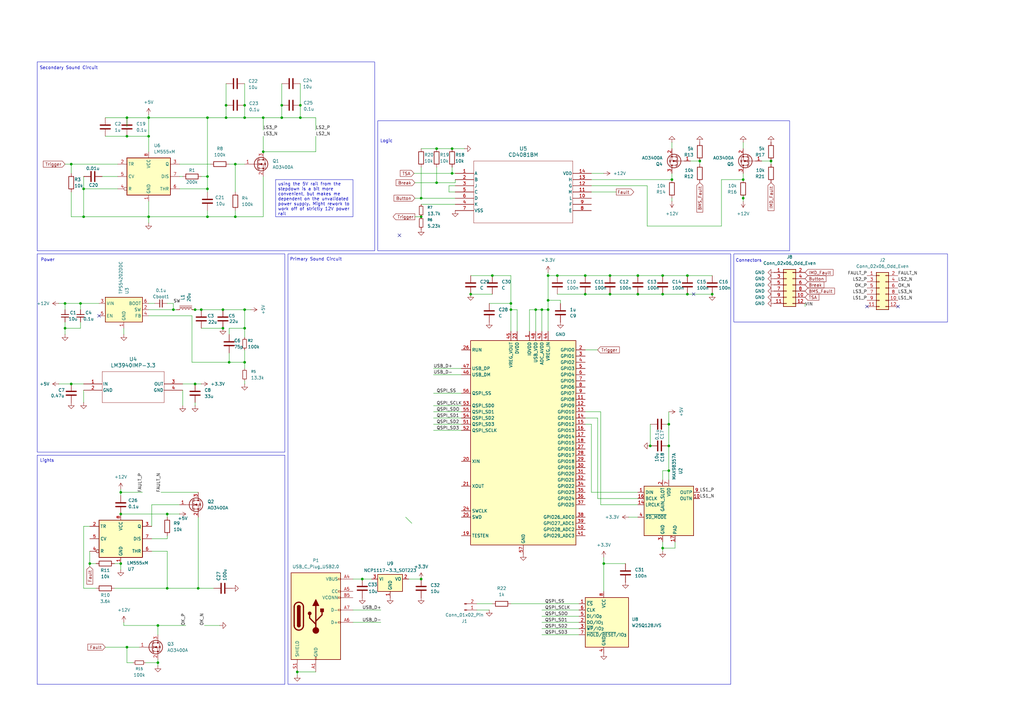
<source format=kicad_sch>
(kicad_sch (version 20250114) (generator "eeschema") (generator_version "9.0")
  (paper "A3")
  (rectangle (start 15.24 186.69) (end 116.84 280.67))
  (rectangle (start 118.11 104.14) (end 299.72 280.67))
  (rectangle (start 15.24 104.14) (end 116.84 185.42))
  (rectangle (start 15.24 25.4) (end 153.67 102.87))
  (rectangle (start 300.99 104.14) (end 388.62 132.08))
  (rectangle (start 154.94 49.53) (end 323.85 102.87))
  (text "Logic" (at 158.496 57.912 0) (effects (font (size 1.27 1.27))))
  (text "Lights" (at 19.304 188.976 0) (effects (font (size 1.27 1.27))))
  (text "Secondary Sound Circuit" (at 28.194 27.94 0) (effects (font (size 1.27 1.27))))
  (text "Connectors\n" (at 307.086 106.934 0) (effects (font (size 1.27 1.27))))
  (text "Power" (at 19.558 106.68 0) (effects (font (size 1.27 1.27))))
  (text "Primary Sound Circuit" (at 129.54 106.426 0) (effects (font (size 1.27 1.27))))
  (text_box "Signals Appendix\nTSA: From TSSI\nIMD_Fault: From IMD, active HIGH\nBMS_FAULT: From BMS, active HIGH\nBreak: From break pressure sensor\nButton: From button" (at -39.37 -25.4 0) (size 34.29 19.05) (margins 0.9525 0.9525 0.9525 0.9525) (effects (font (size 1.27 1.27)) (justify left top)))
  (text_box "using the 5V rail from the stepdown is a bit more convenient, but makes me dependent on the unvalidated power supply. Might rework to work off of strictly 12V power rail" (at 113.03 73.66 0) (size 31.75 15.24) (margins 0.9525 0.9525 0.9525 0.9525) (effects (font (size 1.27 1.27)) (justify left top)))
  (junction (at 29.21 157.48))
  (junction (at 64.77 271.78))
  (junction (at 93.98 148.59))
  (junction (at 91.44 127))
  (junction (at 123.19 43.18))
  (junction (at 266.7 182.88))
  (junction (at 209.55 127))
  (junction (at 304.8 81.28))
  (junction (at 49.53 210.82))
  (junction (at 100.33 48.26))
  (junction (at 29.21 67.31))
  (junction (at 148.59 237.49))
  (junction (at 250.19 113.03))
  (junction (at 261.62 113.03))
  (junction (at 261.62 120.65))
  (junction (at 271.78 224.79))
  (junction (at 52.07 55.88))
  (junction (at 60.96 55.88))
  (junction (at 100.33 134.62))
  (junction (at 71.12 127))
  (junction (at 281.94 113.03))
  (junction (at 80.01 127))
  (junction (at 185.42 60.96))
  (junction (at 185.42 71.12))
  (junction (at 271.78 120.65))
  (junction (at 68.58 241.3))
  (junction (at 240.03 113.03))
  (junction (at 179.07 74.93))
  (junction (at 287.02 66.04))
  (junction (at 274.32 173.99))
  (junction (at 85.09 88.9))
  (junction (at 172.72 81.28))
  (junction (at 179.07 60.96))
  (junction (at 275.59 73.66))
  (junction (at 100.33 148.59))
  (junction (at 96.52 67.31))
  (junction (at 172.72 88.9))
  (junction (at 292.1 120.65))
  (junction (at 64.77 256.54))
  (junction (at 52.07 48.26))
  (junction (at 224.79 127))
  (junction (at 34.29 88.9))
  (junction (at 107.95 62.23))
  (junction (at 115.57 43.18))
  (junction (at 115.57 48.26))
  (junction (at 172.72 237.49))
  (junction (at 100.33 127))
  (junction (at 81.28 241.3))
  (junction (at 82.55 127))
  (junction (at 85.09 72.39))
  (junction (at 100.33 43.18))
  (junction (at 60.96 48.26))
  (junction (at 80.01 157.48))
  (junction (at 271.78 113.03))
  (junction (at 121.92 275.59))
  (junction (at 85.09 77.47))
  (junction (at 304.8 73.66))
  (junction (at 92.71 43.18))
  (junction (at 281.94 120.65))
  (junction (at 201.93 113.03))
  (junction (at 240.03 120.65))
  (junction (at 52.07 265.43))
  (junction (at 274.32 182.88))
  (junction (at 224.79 113.03))
  (junction (at 92.71 48.26))
  (junction (at 34.29 77.47))
  (junction (at 96.52 88.9))
  (junction (at 123.19 48.26))
  (junction (at 85.09 48.26))
  (junction (at 209.55 124.46))
  (junction (at 60.96 88.9))
  (junction (at 26.67 124.46))
  (junction (at 247.65 231.14))
  (junction (at 250.19 120.65))
  (junction (at 316.23 66.04))
  (junction (at 219.71 127))
  (junction (at 222.25 127))
  (junction (at 91.44 134.62))
  (junction (at 49.53 201.93))
  (junction (at 107.95 48.26))
  (junction (at 274.32 193.04))
  (junction (at 228.6 113.03))
  (junction (at 33.02 124.46))
  (junction (at 224.79 123.19))
  (junction (at 36.83 231.14))
  (junction (at 193.04 120.65))
  (junction (at 26.67 134.62))
  (junction (at 49.53 231.14))
  (junction (at 68.58 210.82))
  (no_connect (at 284.48 120.65))
  (no_connect (at 163.83 96.52))
  (no_connect (at 40.64 129.54))
  (no_connect (at 355.6 125.73))
  (no_connect (at 368.3 125.73))
  (bus_entry (at 166.37 212.09) (size 2.54 2.54))
  (wire (pts (xy 271.78 120.65) (xy 281.94 120.65)))
  (wire (pts (xy 240.03 171.45) (xy 245.11 171.45)))
  (wire (pts (xy 100.33 143.51) (xy 100.33 148.59)))
  (wire (pts (xy 68.58 210.82) (xy 73.66 210.82)))
  (wire (pts (xy 64.77 273.05) (xy 64.77 271.78)))
  (wire (pts (xy 115.57 34.29) (xy 115.57 43.18)))
  (wire (pts (xy 330.2 125.73) (xy 330.2 124.46)))
  (wire (pts (xy 34.29 241.3) (xy 39.37 241.3)))
  (wire (pts (xy 265.43 92.71) (xy 295.91 92.71)))
  (wire (pts (xy 200.66 250.19) (xy 195.58 250.19)))
  (wire (pts (xy 195.58 247.65) (xy 201.93 247.65)))
  (wire (pts (xy 177.8 173.99) (xy 189.23 173.99)))
  (wire (pts (xy 242.57 73.66) (xy 275.59 73.66)))
  (wire (pts (xy 68.58 124.46) (xy 71.12 124.46)))
  (wire (pts (xy 92.71 43.18) (xy 92.71 48.26)))
  (wire (pts (xy 275.59 82.55) (xy 275.59 81.28)))
  (wire (pts (xy 257.81 212.09) (xy 261.62 212.09)))
  (wire (pts (xy 185.42 71.1236) (xy 185.42 71.12)))
  (wire (pts (xy 33.02 124.46) (xy 33.02 127)))
  (wire (pts (xy 74.93 166.37) (xy 74.93 160.02)))
  (wire (pts (xy 49.53 200.66) (xy 49.53 201.93)))
  (wire (pts (xy 144.78 250.19) (xy 156.21 250.19)))
  (wire (pts (xy 144.78 237.49) (xy 148.59 237.49)))
  (wire (pts (xy 266.7 173.99) (xy 266.7 182.88)))
  (wire (pts (xy 177.8 151.13) (xy 189.23 151.13)))
  (wire (pts (xy 34.29 72.39) (xy 34.29 77.47)))
  (wire (pts (xy 170.18 88.9) (xy 172.72 88.9)))
  (wire (pts (xy 26.67 67.31) (xy 29.21 67.31)))
  (wire (pts (xy 274.32 182.88) (xy 274.32 193.04)))
  (wire (pts (xy 245.11 143.51) (xy 240.03 143.51)))
  (wire (pts (xy 123.19 34.29) (xy 123.19 43.18)))
  (wire (pts (xy 212.09 135.89) (xy 212.09 127)))
  (wire (pts (xy 201.93 113.03) (xy 209.55 113.03)))
  (wire (pts (xy 96.52 88.9) (xy 96.52 86.36)))
  (wire (pts (xy 81.28 212.09) (xy 81.28 241.3)))
  (wire (pts (xy 60.96 48.26) (xy 85.09 48.26)))
  (wire (pts (xy 107.95 72.39) (xy 107.95 88.9)))
  (wire (pts (xy 271.78 226.06) (xy 271.78 224.79)))
  (wire (pts (xy 179.07 74.93) (xy 186.69 74.93)))
  (wire (pts (xy 228.6 120.65) (xy 240.03 120.65)))
  (wire (pts (xy 281.94 113.03) (xy 292.1 113.03)))
  (wire (pts (xy 283.21 66.04) (xy 287.02 66.04)))
  (wire (pts (xy 295.91 73.66) (xy 304.8 73.66)))
  (wire (pts (xy 247.65 231.14) (xy 247.65 242.57)))
  (wire (pts (xy 177.8 153.67) (xy 189.23 153.67)))
  (wire (pts (xy 93.98 148.59) (xy 100.33 148.59)))
  (wire (pts (xy 60.96 46.99) (xy 60.96 48.26)))
  (wire (pts (xy 60.96 82.55) (xy 60.96 88.9)))
  (wire (pts (xy 179.07 60.96) (xy 185.42 60.96)))
  (wire (pts (xy 228.6 113.03) (xy 240.03 113.03)))
  (wire (pts (xy 240.03 120.65) (xy 250.19 120.65)))
  (wire (pts (xy 62.23 207.01) (xy 73.66 207.01)))
  (wire (pts (xy 304.8 73.66) (xy 304.8 71.12)))
  (wire (pts (xy 74.93 72.39) (xy 73.66 72.39)))
  (wire (pts (xy 85.09 88.9) (xy 96.52 88.9)))
  (wire (pts (xy 245.11 204.47) (xy 261.62 204.47)))
  (wire (pts (xy 43.18 265.43) (xy 52.07 265.43)))
  (wire (pts (xy 186.69 74.93) (xy 186.69 73.66)))
  (wire (pts (xy 82.55 127) (xy 91.44 127)))
  (wire (pts (xy 34.29 165.1) (xy 34.29 160.02)))
  (wire (pts (xy 26.67 124.46) (xy 26.67 127)))
  (wire (pts (xy 222.25 255.27) (xy 237.49 255.27)))
  (wire (pts (xy 107.95 55.88) (xy 107.95 62.23)))
  (wire (pts (xy 52.07 55.88) (xy 60.96 55.88)))
  (wire (pts (xy 144.78 255.27) (xy 156.21 255.27)))
  (wire (pts (xy 62.23 215.9) (xy 62.23 207.01)))
  (wire (pts (xy 170.18 81.28) (xy 172.72 81.28)))
  (wire (pts (xy 90.17 256.54) (xy 83.82 256.54)))
  (wire (pts (xy 100.33 157.48) (xy 100.33 156.21)))
  (wire (pts (xy 222.25 257.81) (xy 237.49 257.81)))
  (wire (pts (xy 60.96 48.26) (xy 60.96 55.88)))
  (wire (pts (xy 185.42 68.58) (xy 185.42 71.12)))
  (wire (pts (xy 72.39 127) (xy 71.12 127)))
  (wire (pts (xy 78.74 127) (xy 80.01 127)))
  (wire (pts (xy 64.77 256.54) (xy 50.8 256.54)))
  (wire (pts (xy 85.09 72.39) (xy 85.09 77.47)))
  (wire (pts (xy 179.07 68.58) (xy 179.07 74.93)))
  (wire (pts (xy 92.71 34.29) (xy 92.71 43.18)))
  (wire (pts (xy 287.02 66.04) (xy 287.02 67.31)))
  (wire (pts (xy 33.02 132.08) (xy 33.02 134.62)))
  (wire (pts (xy 170.18 74.93) (xy 179.07 74.93)))
  (wire (pts (xy 49.53 201.93) (xy 58.42 201.93)))
  (wire (pts (xy 304.8 82.55) (xy 304.8 81.28)))
  (wire (pts (xy 26.67 134.62) (xy 33.02 134.62)))
  (wire (pts (xy 29.21 157.48) (xy 34.29 157.48)))
  (wire (pts (xy 49.53 201.93) (xy 49.53 203.2)))
  (wire (pts (xy 185.42 71.12) (xy 186.69 71.12)))
  (wire (pts (xy 246.38 207.01) (xy 261.62 207.01)))
  (wire (pts (xy 276.86 224.79) (xy 271.78 224.79)))
  (wire (pts (xy 242.57 201.93) (xy 261.62 201.93)))
  (wire (pts (xy 100.33 43.18) (xy 100.33 48.26)))
  (wire (pts (xy 217.17 135.89) (xy 217.17 127)))
  (wire (pts (xy 60.96 88.9) (xy 85.09 88.9)))
  (wire (pts (xy 68.58 219.71) (xy 68.58 220.98)))
  (wire (pts (xy 87.63 241.3) (xy 81.28 241.3)))
  (wire (pts (xy 177.8 176.53) (xy 189.23 176.53)))
  (wire (pts (xy 36.83 231.14) (xy 39.37 231.14)))
  (wire (pts (xy 224.79 113.03) (xy 228.6 113.03)))
  (wire (pts (xy 224.79 111.76) (xy 224.79 113.03)))
  (wire (pts (xy 34.29 88.9) (xy 60.96 88.9)))
  (wire (pts (xy 172.72 81.28) (xy 186.69 81.28)))
  (wire (pts (xy 64.77 256.54) (xy 76.2 256.54)))
  (wire (pts (xy 43.18 48.26) (xy 52.07 48.26)))
  (wire (pts (xy 68.58 212.09) (xy 68.58 210.82)))
  (wire (pts (xy 247.65 228.6) (xy 247.65 231.14)))
  (wire (pts (xy 34.29 77.47) (xy 48.26 77.47)))
  (wire (pts (xy 271.78 193.04) (xy 271.78 196.85)))
  (wire (pts (xy 275.59 58.42) (xy 275.59 60.96)))
  (wire (pts (xy 96.52 88.9) (xy 107.95 88.9)))
  (wire (pts (xy 85.09 48.26) (xy 92.71 48.26)))
  (wire (pts (xy 100.33 34.29) (xy 100.33 43.18)))
  (wire (pts (xy 240.03 168.91) (xy 246.38 168.91)))
  (wire (pts (xy 96.52 78.74) (xy 96.52 67.31)))
  (wire (pts (xy 172.72 83.82) (xy 186.69 83.82)))
  (wire (pts (xy 222.25 260.35) (xy 237.49 260.35)))
  (wire (pts (xy 78.74 129.54) (xy 78.74 148.59)))
  (wire (pts (xy 274.32 193.04) (xy 274.32 196.85)))
  (wire (pts (xy 177.8 166.37) (xy 189.23 166.37)))
  (wire (pts (xy 172.72 68.58) (xy 172.72 81.28)))
  (wire (pts (xy 222.25 252.73) (xy 237.49 252.73)))
  (wire (pts (xy 312.42 66.04) (xy 316.23 66.04)))
  (wire (pts (xy 172.72 237.49) (xy 167.64 237.49)))
  (wire (pts (xy 247.65 71.12) (xy 242.57 71.12)))
  (wire (pts (xy 52.07 271.78) (xy 54.61 271.78)))
  (wire (pts (xy 33.02 124.46) (xy 40.64 124.46)))
  (wire (pts (xy 209.55 127) (xy 209.55 135.89)))
  (wire (pts (xy 224.79 123.19) (xy 224.79 127)))
  (wire (pts (xy 64.77 256.54) (xy 64.77 260.35)))
  (wire (pts (xy 29.21 67.31) (xy 48.26 67.31)))
  (wire (pts (xy 250.19 120.65) (xy 261.62 120.65)))
  (wire (pts (xy 60.96 127) (xy 71.12 127)))
  (wire (pts (xy 224.79 127) (xy 224.79 135.89)))
  (wire (pts (xy 242.57 173.99) (xy 242.57 201.93)))
  (wire (pts (xy 224.79 123.19) (xy 229.87 123.19)))
  (wire (pts (xy 68.58 226.06) (xy 68.58 241.3)))
  (wire (pts (xy 60.96 88.9) (xy 60.96 91.44)))
  (wire (pts (xy 24.13 157.48) (xy 29.21 157.48)))
  (wire (pts (xy 121.92 275.59) (xy 129.54 275.59)))
  (wire (pts (xy 224.79 113.03) (xy 224.79 123.19)))
  (wire (pts (xy 29.21 88.9) (xy 34.29 88.9)))
  (wire (pts (xy 71.12 124.46) (xy 71.12 127)))
  (wire (pts (xy 129.54 48.26) (xy 129.54 53.34)))
  (wire (pts (xy 219.71 127) (xy 222.25 127)))
  (wire (pts (xy 36.83 226.06) (xy 36.83 231.14)))
  (wire (pts (xy 222.25 127) (xy 224.79 127)))
  (wire (pts (xy 295.91 92.71) (xy 295.91 73.66)))
  (wire (pts (xy 240.03 113.03) (xy 250.19 113.03)))
  (wire (pts (xy 66.04 201.93) (xy 81.28 201.93)))
  (wire (pts (xy 246.38 207.01) (xy 246.38 168.91)))
  (wire (pts (xy 50.8 255.27) (xy 50.8 256.54)))
  (wire (pts (xy 186.69 76.2) (xy 184.15 76.2)))
  (wire (pts (xy 271.78 224.79) (xy 271.78 222.25)))
  (wire (pts (xy 100.33 138.43) (xy 100.33 134.62)))
  (wire (pts (xy 34.29 215.9) (xy 34.29 241.3)))
  (wire (pts (xy 129.54 62.23) (xy 129.54 55.88)))
  (wire (pts (xy 59.69 271.78) (xy 64.77 271.78)))
  (wire (pts (xy 265.43 76.2) (xy 265.43 92.71)))
  (wire (pts (xy 52.07 265.43) (xy 57.15 265.43)))
  (wire (pts (xy 26.67 124.46) (xy 24.13 124.46)))
  (wire (pts (xy 115.57 48.26) (xy 123.19 48.26)))
  (wire (pts (xy 222.25 250.19) (xy 237.49 250.19)))
  (wire (pts (xy 43.18 55.88) (xy 52.07 55.88)))
  (wire (pts (xy 52.07 48.26) (xy 52.07 52.07)))
  (wire (pts (xy 82.55 72.39) (xy 85.09 72.39)))
  (wire (pts (xy 222.25 127) (xy 222.25 135.89)))
  (wire (pts (xy 261.62 113.03) (xy 271.78 113.03)))
  (wire (pts (xy 316.23 66.04) (xy 316.23 67.31)))
  (wire (pts (xy 29.21 88.9) (xy 29.21 78.74)))
  (wire (pts (xy 60.96 129.54) (xy 78.74 129.54)))
  (wire (pts (xy 82.55 134.62) (xy 91.44 134.62)))
  (wire (pts (xy 26.67 132.08) (xy 26.67 134.62)))
  (wire (pts (xy 100.33 127) (xy 100.33 134.62)))
  (wire (pts (xy 193.04 120.65) (xy 201.93 120.65)))
  (wire (pts (xy 304.8 80.01) (xy 304.8 81.28)))
  (wire (pts (xy 100.33 127) (xy 102.87 127)))
  (wire (pts (xy 274.32 193.04) (xy 271.78 193.04)))
  (wire (pts (xy 281.94 120.65) (xy 292.1 120.65)))
  (wire (pts (xy 100.33 48.26) (xy 107.95 48.26)))
  (wire (pts (xy 242.57 76.2) (xy 265.43 76.2)))
  (wire (pts (xy 93.98 67.31) (xy 96.52 67.31)))
  (wire (pts (xy 81.28 241.3) (xy 68.58 241.3)))
  (wire (pts (xy 52.07 265.43) (xy 52.07 271.78)))
  (wire (pts (xy 177.8 168.91) (xy 189.23 168.91)))
  (wire (pts (xy 64.77 271.78) (xy 64.77 270.51)))
  (wire (pts (xy 209.55 113.03) (xy 209.55 124.46)))
  (wire (pts (xy 274.32 168.91) (xy 274.32 173.99)))
  (wire (pts (xy 73.66 67.31) (xy 86.36 67.31)))
  (wire (pts (xy 80.01 166.37) (xy 80.01 165.1)))
  (wire (pts (xy 193.04 113.03) (xy 201.93 113.03)))
  (wire (pts (xy 212.09 127) (xy 209.55 127)))
  (wire (pts (xy 93.98 137.16) (xy 93.98 134.62)))
  (wire (pts (xy 60.96 55.88) (xy 60.96 62.23)))
  (wire (pts (xy 85.09 86.36) (xy 85.09 88.9)))
  (wire (pts (xy 41.91 72.39) (xy 48.26 72.39)))
  (wire (pts (xy 276.86 222.25) (xy 276.86 224.79)))
  (wire (pts (xy 78.74 148.59) (xy 93.98 148.59)))
  (wire (pts (xy 100.33 151.13) (xy 100.33 148.59)))
  (wire (pts (xy 96.52 67.31) (xy 100.33 67.31)))
  (wire (pts (xy 209.55 247.65) (xy 237.49 247.65)))
  (wire (pts (xy 123.19 48.26) (xy 129.54 48.26)))
  (wire (pts (xy 250.19 113.03) (xy 261.62 113.03)))
  (wire (pts (xy 93.98 148.59) (xy 93.98 144.78)))
  (wire (pts (xy 93.98 134.62) (xy 100.33 134.62)))
  (wire (pts (xy 172.72 60.96) (xy 179.07 60.96)))
  (wire (pts (xy 34.29 88.9) (xy 34.29 77.47)))
  (wire (pts (xy 219.71 135.89) (xy 219.71 127)))
  (wire (pts (xy 60.96 48.26) (xy 52.07 48.26)))
  (wire (pts (xy 121.92 276.86) (xy 121.92 275.59)))
  (wire (pts (xy 169.8152 71.1236) (xy 185.42 71.1236)))
  (wire (pts (xy 46.99 241.3) (xy 68.58 241.3)))
  (wire (pts (xy 73.66 77.47) (xy 85.09 77.47)))
  (wire (pts (xy 240.03 173.99) (xy 242.57 173.99)))
  (wire (pts (xy 261.62 120.65) (xy 271.78 120.65)))
  (wire (pts (xy 29.21 71.12) (xy 29.21 67.31)))
  (wire (pts (xy 49.53 210.82) (xy 68.58 210.82)))
  (wire (pts (xy 62.23 220.98) (xy 68.58 220.98)))
  (wire (pts (xy 46.99 231.14) (xy 49.53 231.14)))
  (wire (pts (xy 85.09 78.74) (xy 85.09 77.47)))
  (wire (pts (xy 209.55 127) (xy 209.55 124.46)))
  (wire (pts (xy 245.11 171.45) (xy 245.11 204.47)))
  (wire (pts (xy 74.93 157.48) (xy 80.01 157.48)))
  (wire (pts (xy 92.71 48.26) (xy 100.33 48.26)))
  (wire (pts (xy 209.55 124.46) (xy 200.66 124.46)))
  (wire (pts (xy 36.83 215.9) (xy 34.29 215.9)))
  (wire (pts (xy 274.32 173.99) (xy 274.32 182.88)))
  (wire (pts (xy 107.95 48.26) (xy 115.57 48.26)))
  (wire (pts (xy 177.8 171.45) (xy 189.23 171.45)))
  (wire (pts (xy 107.95 62.23) (xy 129.54 62.23)))
  (wire (pts (xy 271.78 113.03) (xy 281.94 113.03)))
  (wire (pts (xy 229.87 123.19) (xy 229.87 124.46)))
  (wire (pts (xy 185.42 60.96) (xy 190.5 60.96)))
  (wire (pts (xy 217.17 127) (xy 219.71 127)))
  (wire (pts (xy 107.95 48.26) (xy 107.95 53.34)))
  (wire (pts (xy 177.8 161.29) (xy 189.23 161.29)))
  (wire (pts (xy 49.53 233.68) (xy 49.53 231.14)))
  (wire (pts (xy 148.59 237.49) (xy 152.4 237.49)))
  (wire (pts (xy 115.57 43.18) (xy 115.57 48.26)))
  (wire (pts (xy 68.58 226.06) (xy 62.23 226.06)))
  (wire (pts (xy 82.55 157.48) (xy 80.01 157.48)))
  (wire (pts (xy 242.57 78.74) (xy 252.73 78.74)))
  (wire (pts (xy 247.65 231.14) (xy 256.54 231.14)))
  (wire (pts (xy 26.67 134.62) (xy 26.67 137.16)))
  (wire (pts (xy 304.8 58.42) (xy 304.8 60.96)))
  (wire (pts (xy 26.67 124.46) (xy 33.02 124.46)))
  (wire (pts (xy 80.01 127) (xy 82.55 127)))
  (wire (pts (xy 275.59 73.66) (xy 275.59 71.12)))
  (wire (pts (xy 85.09 48.26) (xy 85.09 72.39)))
  (wire (pts (xy 123.19 43.18) (xy 123.19 48.26)))
  (wire (pts (xy 184.15 76.2) (xy 184.15 78.74)))
  (wire (pts (xy 184.15 78.74) (xy 186.69 78.74)))
  (wire (pts (xy 36.83 231.14) (xy 36.83 232.41)))
  (wire (pts (xy 60.96 124.46) (xy 63.5 124.46)))
  (wire (pts (xy 50.8 137.16) (xy 50.8 134.62)))
  (wire (pts (xy 91.44 127) (xy 100.33 127)))
  (label "QSPI_SD3" (at 179.07 176.53 0))
  (label "USB_D+" (at 177.8 151.13 0))
  (label "OK_N" (at 83.82 256.54 90))
  (label "QSPI_SD1" (at 179.07 171.45 0))
  (label "LS3_N" (at 368.3 120.65 0))
  (label "FAULT_P" (at 58.42 201.93 90))
  (label "USB_D+" (at 148.59 250.19 0))
  (label "USB_D-" (at 148.59 255.27 0))
  (label "QSPI_SD1" (at 223.52 255.27 0))
  (label "LS3_N" (at 107.95 55.88 0))
  (label "LS2_P" (at 355.6 115.57 180))
  (label "USB_D-" (at 177.8 153.67 0))
  (label "QSPI_SD2" (at 223.52 257.81 0))
  (label "OK_N" (at 368.3 118.11 0))
  (label "OK_P" (at 355.6 118.11 180))
  (label "LS3_P" (at 355.6 120.65 180))
  (label "QSPI_SCLK" (at 223.52 250.19 0))
  (label "FAULT_N" (at 66.04 201.93 90))
  (label "LS1_P" (at 287.02 201.93 0))
  (label "QSPI_SS" (at 179.07 161.29 0))
  (label "LS1_P" (at 355.6 123.19 180))
  (label "LS2_N" (at 129.54 55.88 0))
  (label "VIN" (at 330.2 125.73 0))
  (label "QSPI_SD2" (at 179.07 173.99 0))
  (label "FAULT_N" (at 368.3 113.03 0))
  (label "FAULT_P" (at 355.6 113.03 180))
  (label "LS1_N" (at 368.3 123.19 0))
  (label "QSPI_SD3" (at 223.52 260.35 0))
  (label "LS2_P" (at 129.54 53.34 0))
  (label "OK_P" (at 76.2 256.54 90))
  (label "QSPI_SS" (at 223.52 247.65 0))
  (label "QSPI_SCLK" (at 179.07 166.37 0))
  (label "LS1_N" (at 287.02 204.47 0))
  (label "SW" (at 71.12 124.46 0))
  (label "QSPI_SDO" (at 179.07 168.91 0))
  (label "QSPI_SDO" (at 223.52 252.73 0))
  (label "LS3_P" (at 107.95 53.34 0))
  (label "LS2_N" (at 368.3 115.57 0))
  (global_label "BMS_Fault" (shape input) (at 330.2 119.38 0) (property "Intersheetrefs" "${INTERSHEET_REFS}" (effects (hide yes))))
  (global_label "IMD_Fault" (shape input) (at 330.2 111.76 0) (property "Intersheetrefs" "${INTERSHEET_REFS}" (effects (hide yes))))
  (global_label "Trigger" (shape output) (at 170.18 88.9 180) (property "Intersheetrefs" "${INTERSHEET_REFS}" (effects (hide yes))))
  (global_label "IMD_Fault" (shape input) (at 316.23 74.93 270) (property "Intersheetrefs" "${INTERSHEET_REFS}" (effects (hide yes))))
  (global_label "Button" (shape input) (at 170.18 81.28 180) (property "Intersheetrefs" "${INTERSHEET_REFS}" (effects (hide yes))))
  (global_label "Trigger" (shape input) (at 245.11 143.51 0) (property "Intersheetrefs" "${INTERSHEET_REFS}" (effects (hide yes))))
  (global_label "Fault" (shape input) (at 36.83 232.41 270) (property "Intersheetrefs" "${INTERSHEET_REFS}" (effects (hide yes))))
  (global_label "BMS_Fault" (shape input) (at 287.02 74.93 270) (property "Intersheetrefs" "${INTERSHEET_REFS}" (effects (hide yes))))
  (global_label "Break" (shape input) (at 170.18 74.93 180) (property "Intersheetrefs" "${INTERSHEET_REFS}" (effects (hide yes))))
  (global_label "Break" (shape input) (at 330.2 116.84 0) (property "Intersheetrefs" "${INTERSHEET_REFS}" (effects (hide yes))))
  (global_label "Fault" (shape output) (at 252.73 78.74 0) (property "Intersheetrefs" "${INTERSHEET_REFS}" (effects (hide yes))))
  (global_label "Button" (shape input) (at 330.2 114.3 0) (property "Intersheetrefs" "${INTERSHEET_REFS}" (effects (hide yes))))
  (global_label "Trigger" (shape input) (at 26.67 67.31 180) (property "Intersheetrefs" "${INTERSHEET_REFS}" (effects (hide yes))))
  (global_label "TSA" (shape input) (at 330.2 121.92 0) (property "Intersheetrefs" "${INTERSHEET_REFS}" (effects (hide yes))))
  (global_label "TSA" (shape input) (at 169.8152 71.1236 180) (property "Intersheetrefs" "${INTERSHEET_REFS}" (effects (hide yes))))
  (global_label "Fault" (shape input) (at 43.18 265.43 180) (property "Intersheetrefs" "${INTERSHEET_REFS}" (effects (hide yes))))
  (symbol (lib_id "power:GND") (at 60.96 91.44 0) (unit 1)
    (property "Reference" "#PWR024" (effects (hide yes)))
    (property "Value" "GND" (effects (hide yes)))
    (property "Description" "Power symbol creates a global label with name \"GND\" , ground" (effects (hide yes)))
  )
  (symbol (lib_id "Regulator_Switching:TPS54202DDC") (at 50.8 127 0) (unit 1)
    (property "Reference" "U3" (at 52.0701 120.65 90) (effects (justify left)))
    (property "Value" "TPS54202DDC" (at 49.5301 120.65 90) (effects (justify left)))
    (property "Footprint" "Package_TO_SOT_SMD:SOT-23-6" (effects (hide yes)))
    (property "Datasheet" "http://www.ti.com/lit/ds/symlink/tps54202.pdf" (effects (hide yes)))
    (property "Description" "2A, 4.5 to 28V Input, EMI Friendly integrated switch synchronous step-down regulator, pulse-skipping, SOT-23-6" (effects (hide yes)))
  )
  (symbol (lib_id "Device:R_Small") (at 172.72 91.44 0) (unit 1)
    (property "Reference" "R6" (at 175.26 90.1699 0) (effects (font (size 1.016 1.016)) (justify left)))
    (property "Value" "5.23k" (at 175.26 92.7099 0) (effects (justify left)))
    (property "Footprint" "Resistor_SMD:R_0603_1608Metric" (effects (hide yes)))
    (property "Description" "Resistor, small symbol" (effects (hide yes)))
  )
  (symbol (lib_id "Device:C") (at 200.66 128.27 0) (unit 1)
    (property "Reference" "C28" (at 204.47 126.9999 0) (effects (justify left)))
    (property "Value" "C" (at 204.47 129.5399 0) (effects (justify left)))
    (property "Footprint" "Capacitor_SMD:C_0201_0603Metric" (effects (hide yes)))
    (property "Description" "Unpolarized capacitor" (effects (hide yes)))
  )
  (symbol (lib_id "power:GND") (at 316.23 58.42 180) (unit 1)
    (property "Reference" "#PWR047" (effects (hide yes)))
    (property "Value" "GND" (effects (hide yes)))
    (property "Description" "Power symbol creates a global label with name \"GND\" , ground" (effects (hide yes)))
  )
  (symbol (lib_id "Device:R_Small") (at 100.33 140.97 0) (unit 1)
    (property "Reference" "R2" (at 101.6 139.7 0) (effects (font (size 1.016 1.016)) (justify left)))
    (property "Value" "100k" (at 101.6 142.24 0) (effects (justify left)))
    (property "Footprint" "Resistor_SMD:R_0603_1608Metric" (effects (hide yes)))
    (property "Description" "Resistor, small symbol" (effects (hide yes)))
  )
  (symbol (lib_id "Device:R") (at 304.8 77.47 180) (unit 1)
    (property "Reference" "R16" (at 302.26 78.7401 0) (effects (justify left)))
    (property "Value" "10k" (at 302.26 76.2001 0) (effects (justify left)))
    (property "Footprint" "Resistor_SMD:R_0603_1608Metric" (effects (hide yes)))
    (property "Description" "Resistor" (effects (hide yes)))
  )
  (symbol (lib_id "Device:R") (at 316.23 62.23 180) (unit 1)
    (property "Reference" "R17" (at 313.69 63.5001 0) (effects (justify left)))
    (property "Value" "5k" (at 313.69 60.9601 0) (effects (justify left)))
    (property "Footprint" "Resistor_SMD:R_0603_1608Metric" (effects (hide yes)))
    (property "Description" "Resistor" (effects (hide yes)))
  )
  (symbol (lib_id "Device:C") (at 193.04 116.84 0) (unit 1)
    (property "Reference" "C29" (at 196.85 115.5699 0) (effects (justify left)))
    (property "Value" "C" (at 196.85 118.1099 0) (effects (justify left)))
    (property "Footprint" "Capacitor_SMD:C_0201_0603Metric" (effects (hide yes)))
    (property "Description" "Unpolarized capacitor" (effects (hide yes)))
  )
  (symbol (lib_id "Device:C_Small") (at 33.02 129.54 0) (unit 1)
    (property "Reference" "C4" (at 36.322 128.27 0))
    (property "Value" "0.1u" (at 36.322 130.81 0))
    (property "Footprint" "Capacitor_SMD:C_0201_0603Metric" (effects (hide yes)))
    (property "Description" "Unpolarized capacitor, small symbol" (effects (hide yes)))
  )
  (symbol (lib_id "Device:C") (at 52.07 52.07 0) (unit 1)
    (property "Reference" "C19" (at 55.88 50.7999 0) (effects (justify left)))
    (property "Value" "0.1u" (at 55.88 53.3399 0) (effects (justify left)))
    (property "Footprint" "Capacitor_SMD:C_0201_0603Metric" (effects (hide yes)))
    (property "Description" "Unpolarized capacitor" (effects (hide yes)))
  )
  (symbol (lib_id "power:GND") (at 148.59 245.11 0) (unit 1)
    (property "Reference" "#PWR054" (effects (hide yes)))
    (property "Value" "GND" (effects (hide yes)))
    (property "Description" "Power symbol creates a global label with name \"GND\" , ground" (effects (hide yes)))
  )
  (symbol (lib_id "power:+3.3V") (at 82.55 157.48 270) (unit 1)
    (property "Reference" "#PWR08" (effects (hide yes)))
    (property "Value" "+3.3V" (at 86.36 157.4799 90) (effects (justify left)))
    (property "Description" "Power symbol creates a global label with name \"+3.3V\"" (effects (hide yes)))
  )
  (symbol (lib_id "power:GND") (at 317.5 124.46 270) (unit 1)
    (property "Reference" "#PWR040" (effects (hide yes)))
    (property "Value" "GND" (at 313.69 124.4599 90) (effects (justify right)))
    (property "Description" "Power symbol creates a global label with name \"GND\" , ground" (effects (hide yes)))
  )
  (symbol (lib_id "Device:R") (at 78.74 72.39 270) (unit 1)
    (property "Reference" "R1" (at 78.74 69.85 90))
    (property "Value" "200k" (at 78.74 74.676 90))
    (property "Footprint" "Resistor_SMD:R_0603_1608Metric" (effects (hide yes)))
    (property "Description" "Resistor" (effects (hide yes)))
  )
  (symbol (lib_id "power:GND") (at 317.5 116.84 270) (unit 1)
    (property "Reference" "#PWR036" (effects (hide yes)))
    (property "Value" "GND" (at 313.69 116.8399 90) (effects (justify right)))
    (property "Description" "Power symbol creates a global label with name \"GND\" , ground" (effects (hide yes)))
  )
  (symbol (lib_id "Connector_Generic:Conn_02x06_Odd_Even") (at 322.58 116.84 0) (unit 1)
    (property "Reference" "J8" (at 323.85 105.41 0))
    (property "Value" "Conn_02x06_Odd_Even" (at 323.85 107.95 0))
    (property "Footprint" "Connector_Hirose:Hirose_DF11-12DP-2DSA_2x06_P2.00mm_Vertical" (effects (hide yes)))
    (property "Description" "Generic connector, double row, 02x06, odd/even pin numbering scheme (row 1 odd numbers, row 2 even numbers), script generated (kicad-library-utils/schlib/autogen/connector/)" (effects (hide yes)))
  )
  (symbol (lib_id "Device:C") (at 148.59 241.3 0) (unit 1)
    (property "Reference" "C33" (at 150.876 239.776 0) (effects (justify left)))
    (property "Value" "10u" (at 151.13 242.57 0) (effects (justify left)))
    (property "Footprint" "Capacitor_SMD:C_0201_0603Metric" (effects (hide yes)))
    (property "Description" "Unpolarized capacitor" (effects (hide yes)))
  )
  (symbol (lib_id "power:GND") (at 100.33 157.48 0) (unit 1)
    (property "Reference" "#PWR07" (effects (hide yes)))
    (property "Value" "GND" (effects (hide yes)))
    (property "Description" "Power symbol creates a global label with name \"GND\" , ground" (effects (hide yes)))
  )
  (symbol (lib_id "Device:C") (at 91.44 241.3 270) (unit 1)
    (property "Reference" "C27" (at 89.662 238.252 0) (effects (justify right)))
    (property "Value" "100u" (at 92.202 238.252 0) (effects (justify right)))
    (property "Footprint" "Capacitor_SMD:C_0201_0603Metric" (effects (hide yes)))
    (property "Description" "Unpolarized capacitor" (effects (hide yes)))
  )
  (symbol (lib_id "Device:C") (at 29.21 161.29 0) (unit 1)
    (property "Reference" "C7" (at 23.876 160.02 0) (effects (justify left)))
    (property "Value" "0.47u" (at 20.828 162.306 0) (effects (justify left)))
    (property "Footprint" "Capacitor_SMD:C_0603_1608Metric" (effects (hide yes)))
    (property "Description" "Unpolarized capacitor" (effects (hide yes)))
  )
  (symbol (lib_id "Device:C") (at 91.44 130.81 0) (unit 1)
    (property "Reference" "C5" (at 93.726 129.54 0) (effects (justify left)))
    (property "Value" "22u" (at 93.98 131.826 0) (effects (justify left)))
    (property "Footprint" "Capacitor_SMD:C_0201_0603Metric" (effects (hide yes)))
    (property "Description" "Unpolarized capacitor" (effects (hide yes)))
  )
  (symbol (lib_id "Device:R") (at 90.17 67.31 90) (unit 1)
    (property "Reference" "R8" (at 90.17 60.96 90))
    (property "Value" "100k" (at 90.17 63.5 90))
    (property "Footprint" "Resistor_SMD:R_0603_1608Metric" (effects (hide yes)))
    (property "Description" "Resistor" (effects (hide yes)))
  )
  (symbol (lib_id "Device:C") (at 228.6 116.84 0) (unit 1)
    (property "Reference" "C10" (at 232.41 115.5699 0) (effects (justify left)))
    (property "Value" "100n" (at 232.41 118.1099 0) (effects (justify left)))
    (property "Footprint" "Capacitor_SMD:C_0201_0603Metric" (effects (hide yes)))
    (property "Description" "Unpolarized capacitor" (effects (hide yes)))
  )
  (symbol (lib_id "Transistor_FET:AO3400A") (at 78.74 207.01 0) (unit 1)
    (property "Reference" "Q2" (at 85.09 205.7399 0) (effects (justify left)))
    (property "Value" "AO3400A" (at 85.09 208.2799 0) (effects (justify left)))
    (property "Footprint" "Package_TO_SOT_SMD:SOT-23" (effects (hide yes)))
    (property "Datasheet" "http://www.aosmd.com/pdfs/datasheet/AO3400A.pdf" (effects (hide yes)))
    (property "Description" "30V Vds, 5.7A Id, N-Channel MOSFET, SOT-23" (effects (hide yes)))
  )
  (symbol (lib_id "power:GND") (at 317.5 114.3 270) (unit 1)
    (property "Reference" "#PWR035" (effects (hide yes)))
    (property "Value" "GND" (at 313.69 114.2999 90) (effects (justify right)))
    (property "Description" "Power symbol creates a global label with name \"GND\" , ground" (effects (hide yes)))
  )
  (symbol (lib_id "power:GND") (at 74.93 166.37 0) (unit 1)
    (property "Reference" "#PWR09" (effects (hide yes)))
    (property "Value" "GND" (effects (hide yes)))
    (property "Description" "Power symbol creates a global label with name \"GND\" , ground" (effects (hide yes)))
  )
  (symbol (lib_id "Device:C_Small") (at 66.04 124.46 90) (unit 1)
    (property "Reference" "Cboot1" (at 66.04 121.666 90))
    (property "Value" "0.1u" (at 66.04 119.126 90))
    (property "Footprint" "Capacitor_SMD:C_0201_0603Metric" (effects (hide yes)))
    (property "Description" "Unpolarized capacitor, small symbol" (effects (hide yes)))
  )
  (symbol (lib_id "power:GND") (at 26.67 137.16 0) (unit 1)
    (property "Reference" "#PWR05" (effects (hide yes)))
    (property "Value" "GND" (effects (hide yes)))
    (property "Description" "Power symbol creates a global label with name \"GND\" , ground" (effects (hide yes)))
  )
  (symbol (lib_id "Device:L_Iron") (at 76.2 127 90) (unit 1)
    (property "Reference" "L1" (at 74.93 121.92 0))
    (property "Value" "20u" (at 77.47 121.92 0))
    (property "Footprint" "Inductor_SMD:L_0603_1608Metric" (effects (hide yes)))
    (property "Description" "Inductor with iron core" (effects (hide yes)))
  )
  (symbol (lib_id "Device:R") (at 179.07 64.77 0) (unit 1)
    (property "Reference" "R19" (at 180.34 63.5 0) (effects (justify left)))
    (property "Value" "10k" (at 180.34 66.04 0) (effects (justify left)))
    (property "Footprint" "Resistor_SMD:R_0603_1608Metric" (effects (hide yes)))
    (property "Description" "Resistor" (effects (hide yes)))
  )
  (symbol (lib_id "power:GND") (at 292.1 120.65 0) (unit 1)
    (property "Reference" "#PWR013" (effects (hide yes)))
    (property "Value" "GND" (effects (hide yes)))
    (property "Description" "Power symbol creates a global label with name \"GND\" , ground" (effects (hide yes)))
  )
  (symbol (lib_id "Device:C") (at 80.01 161.29 0) (unit 1)
    (property "Reference" "C8" (at 83.82 160.0199 0) (effects (justify left)))
    (property "Value" "33u" (at 83.82 162.5599 0) (effects (justify left)))
    (property "Footprint" "Capacitor_SMD:C_0603_1608Metric" (effects (hide yes)))
    (property "Description" "Unpolarized capacitor" (effects (hide yes)))
  )
  (symbol (lib_id "power:GND") (at 80.01 166.37 0) (unit 1)
    (property "Reference" "#PWR048" (effects (hide yes)))
    (property "Value" "GND" (effects (hide yes)))
    (property "Description" "Power symbol creates a global label with name \"GND\" , ground" (effects (hide yes)))
  )
  (symbol (lib_id "Device:C") (at 119.38 43.18 270) (unit 1)
    (property "Reference" "C25" (at 124.46 42.164 90) (effects (justify left)))
    (property "Value" "0.1u" (at 124.46 44.704 90) (effects (justify left)))
    (property "Footprint" "Capacitor_SMD:C_0201_0603Metric" (effects (hide yes)))
    (property "Description" "Unpolarized capacitor" (effects (hide yes)))
  )
  (symbol (lib_id "power:GND") (at 214.63 227.33 0) (unit 1)
    (property "Reference" "#PWR012" (effects (hide yes)))
    (property "Value" "GND" (effects (hide yes)))
    (property "Description" "Power symbol creates a global label with name \"GND\" , ground" (effects (hide yes)))
  )
  (symbol (lib_id "MCU_RaspberryPi:RP2040") (at 214.63 181.61 0) (unit 1)
    (property "Reference" "U1" (effects (hide yes)))
    (property "Value" "RP2040" (effects (hide yes)))
    (property "Footprint" "Package_DFN_QFN:QFN-56-1EP_7x7mm_P0.4mm_EP3.2x3.2mm" (effects (hide yes)))
    (property "Datasheet" "https://datasheets.raspberrypi.com/rp2040/rp2040-datasheet.pdf" (effects (hide yes)))
    (property "Description" "A microcontroller by Raspberry Pi" (effects (hide yes)))
  )
  (symbol (lib_id "LM3940:LM3940IMP-3.3") (at 34.29 157.48 0) (unit 1)
    (property "Reference" "U4" (at 54.61 147.32 0) (effects (font (size 1.524 1.524))))
    (property "Value" "LM3940IMP-3.3" (at 54.61 149.86 0) (effects (font (size 1.524 1.524))))
    (property "Footprint" "LM3940:MP04A" (effects (hide yes)))
    (property "Datasheet" "https://www.ti.com/lit/gpn/lm3940" (effects (hide yes)))
  )
  (symbol (lib_id "power:GND") (at 34.29 165.1 0) (unit 1)
    (property "Reference" "#PWR020" (effects (hide yes)))
    (property "Value" "GND" (effects (hide yes)))
    (property "Description" "Power symbol creates a global label with name \"GND\" , ground" (effects (hide yes)))
  )
  (symbol (lib_id "Device:C") (at 240.03 116.84 0) (unit 1)
    (property "Reference" "C11" (at 243.84 115.5699 0) (effects (justify left)))
    (property "Value" "100n" (at 243.84 118.1099 0) (effects (justify left)))
    (property "Footprint" "Capacitor_SMD:C_0201_0603Metric" (effects (hide yes)))
    (property "Description" "Unpolarized capacitor" (effects (hide yes)))
  )
  (symbol (lib_id "power:GND") (at 91.44 134.62 0) (unit 1)
    (property "Reference" "#PWR04" (effects (hide yes)))
    (property "Value" "GND" (effects (hide yes)))
    (property "Description" "Power symbol creates a global label with name \"GND\" , ground" (effects (hide yes)))
  )
  (symbol (lib_id "power:GND") (at 200.66 132.08 0) (unit 1)
    (property "Reference" "#PWR050" (effects (hide yes)))
    (property "Value" "GND" (effects (hide yes)))
    (property "Description" "Power symbol creates a global label with name \"GND\" , ground" (effects (hide yes)))
  )
  (symbol (lib_id "power:+5V") (at 102.87 127 270) (unit 1)
    (property "Reference" "#PWR022" (effects (hide yes)))
    (property "Value" "+5V" (at 107.95 127 0))
    (property "Description" "Power symbol creates a global label with name \"+5V\"" (effects (hide yes)))
  )
  (symbol (lib_id "CD4081B:CD4081BM") (at 186.69 71.12 0) (unit 1)
    (property "Reference" "U5" (at 214.63 60.96 0) (effects (font (size 1.524 1.524))))
    (property "Value" "CD4081BM" (at 214.63 63.5 0) (effects (font (size 1.524 1.524))))
    (property "Footprint" "Package_DIP:DIP-14_W7.62mm" (effects (hide yes)))
    (property "Datasheet" "https://www.ti.com/lit/gpn/cd4081b" (effects (hide yes)))
  )
  (symbol (lib_id "power:GND") (at 172.72 245.11 0) (unit 1)
    (property "Reference" "#PWR052" (effects (hide yes)))
    (property "Value" "GND" (effects (hide yes)))
    (property "Description" "Power symbol creates a global label with name \"GND\" , ground" (effects (hide yes)))
  )
  (symbol (lib_id "power:GND") (at 304.8 58.42 180) (unit 1)
    (property "Reference" "#PWR045" (effects (hide yes)))
    (property "Value" "GND" (effects (hide yes)))
    (property "Description" "Power symbol creates a global label with name \"GND\" , ground" (effects (hide yes)))
  )
  (symbol (lib_id "Device:C") (at 172.72 241.3 0) (unit 1)
    (property "Reference" "C32" (at 176.53 240.0299 0) (effects (justify left)))
    (property "Value" "10u" (at 176.53 242.5699 0) (effects (justify left)))
    (property "Footprint" "Capacitor_SMD:C_0201_0603Metric" (effects (hide yes)))
    (property "Description" "Unpolarized capacitor" (effects (hide yes)))
  )
  (symbol (lib_id "power:GND") (at 121.92 276.86 0) (unit 1)
    (property "Reference" "#PWR055" (effects (hide yes)))
    (property "Value" "GND" (effects (hide yes)))
    (property "Description" "Power symbol creates a global label with name \"GND\" , ground" (effects (hide yes)))
  )
  (symbol (lib_id "Device:R") (at 287.02 62.23 180) (unit 1)
    (property "Reference" "R13" (at 284.48 63.5001 0) (effects (justify left)))
    (property "Value" "5k" (at 284.48 60.9601 0) (effects (justify left)))
    (property "Footprint" "Resistor_SMD:R_0603_1608Metric" (effects (hide yes)))
    (property "Description" "Resistor" (effects (hide yes)))
  )
  (symbol (lib_id "Device:R") (at 172.72 64.77 0) (unit 1)
    (property "Reference" "R20" (at 173.99 63.5 0) (effects (justify left)))
    (property "Value" "10k" (at 173.99 66.04 0) (effects (justify left)))
    (property "Footprint" "Resistor_SMD:R_0603_1608Metric" (effects (hide yes)))
    (property "Description" "Resistor" (effects (hide yes)))
  )
  (symbol (lib_id "power:GND") (at 90.17 256.54 90) (unit 1)
    (property "Reference" "#PWR039" (effects (hide yes)))
    (property "Value" "GND" (effects (hide yes)))
    (property "Description" "Power symbol creates a global label with name \"GND\" , ground" (effects (hide yes)))
  )
  (symbol (lib_id "power:GND") (at 247.65 267.97 0) (unit 1)
    (property "Reference" "#PWR057" (effects (hide yes)))
    (property "Value" "GND" (effects (hide yes)))
    (property "Description" "Power symbol creates a global label with name \"GND\" , ground" (effects (hide yes)))
  )
  (symbol (lib_id "Device:R") (at 68.58 215.9 0) (unit 1)
    (property "Reference" "R9" (at 71.12 214.6299 0) (effects (justify left)))
    (property "Value" "10k" (at 71.12 217.1699 0) (effects (justify left)))
    (property "Footprint" "Resistor_SMD:R_0603_1608Metric" (effects (hide yes)))
    (property "Description" "Resistor" (effects (hide yes)))
  )
  (symbol (lib_id "Device:C") (at 261.62 116.84 0) (unit 1)
    (property "Reference" "C13" (at 265.43 115.5699 0) (effects (justify left)))
    (property "Value" "100n" (at 265.43 118.1099 0) (effects (justify left)))
    (property "Footprint" "Capacitor_SMD:C_0201_0603Metric" (effects (hide yes)))
    (property "Description" "Unpolarized capacitor" (effects (hide yes)))
  )
  (symbol (lib_id "power:GND") (at 317.5 111.76 270) (unit 1)
    (property "Reference" "#PWR029" (effects (hide yes)))
    (property "Value" "GND" (at 313.69 111.7599 90) (effects (justify right)))
    (property "Description" "Power symbol creates a global label with name \"GND\" , ground" (effects (hide yes)))
  )
  (symbol (lib_id "power:GND") (at 266.7 182.88 270) (unit 1)
    (property "Reference" "#PWR014" (effects (hide yes)))
    (property "Value" "GND" (effects (hide yes)))
    (property "Description" "Power symbol creates a global label with name \"GND\" , ground" (effects (hide yes)))
  )
  (symbol (lib_id "power:GND") (at 49.53 233.68 0) (unit 1)
    (property "Reference" "#PWR025" (effects (hide yes)))
    (property "Value" "GND" (effects (hide yes)))
    (property "Description" "Power symbol creates a global label with name \"GND\" , ground" (effects (hide yes)))
  )
  (symbol (lib_id "power:GND") (at 95.25 241.3 90) (unit 1)
    (property "Reference" "#PWR028" (effects (hide yes)))
    (property "Value" "GND" (effects (hide yes)))
    (property "Description" "Power symbol creates a global label with name \"GND\" , ground" (effects (hide yes)))
  )
  (symbol (lib_id "Device:C") (at 256.54 234.95 0) (unit 1)
    (property "Reference" "C31" (at 260.35 233.6799 0) (effects (justify left)))
    (property "Value" "100n" (at 260.35 236.2199 0) (effects (justify left)))
    (property "Footprint" "Capacitor_SMD:C_0201_0603Metric" (effects (hide yes)))
    (property "Description" "Unpolarized capacitor" (effects (hide yes)))
  )
  (symbol (lib_id "Device:C") (at 43.18 52.07 0) (unit 1)
    (property "Reference" "C2" (at 46.99 50.7999 0) (effects (justify left)))
    (property "Value" "1u" (at 46.99 53.3399 0) (effects (justify left)))
    (property "Footprint" "Capacitor_SMD:C_0201_0603Metric" (effects (hide yes)))
    (property "Description" "Unpolarized capacitor" (effects (hide yes)))
  )
  (symbol (lib_id "power:GND") (at 271.78 226.06 0) (unit 1)
    (property "Reference" "#PWR010" (effects (hide yes)))
    (property "Value" "GND" (effects (hide yes)))
    (property "Description" "Power symbol creates a global label with name \"GND\" , ground" (effects (hide yes)))
  )
  (symbol (lib_id "power:+5V") (at 274.32 168.91 270) (unit 1)
    (property "Reference" "#PWR018" (effects (hide yes)))
    (property "Value" "+5V" (at 279.4 168.91 0))
    (property "Description" "Power symbol creates a global label with name \"+5V\"" (effects (hide yes)))
  )
  (symbol (lib_id "Transistor_FET:AO3400A") (at 278.13 66.04 180) (unit 1)
    (property "Reference" "Q4" (at 271.78 67.3101 0) (effects (justify left)))
    (property "Value" "AO3400A" (at 271.78 64.7701 0) (effects (justify left)))
    (property "Footprint" "Package_TO_SOT_SMD:SOT-23" (effects (hide yes)))
    (property "Datasheet" "http://www.aosmd.com/pdfs/datasheet/AO3400A.pdf" (effects (hide yes)))
    (property "Description" "30V Vds, 5.7A Id, N-Channel MOSFET, SOT-23" (effects (hide yes)))
  )
  (symbol (lib_id "Device:C") (at 96.52 34.29 270) (unit 1)
    (property "Reference" "C22" (at 101.854 33.274 90) (effects (justify left)))
    (property "Value" "10u" (at 101.854 35.814 90) (effects (justify left)))
    (property "Footprint" "Capacitor_SMD:C_0201_0603Metric" (effects (hide yes)))
    (property "Description" "Unpolarized capacitor" (effects (hide yes)))
  )
  (symbol (lib_id "Transistor_FET:AO3400A") (at 307.34 66.04 180) (unit 1)
    (property "Reference" "Q5" (at 300.99 67.3101 0) (effects (justify left)))
    (property "Value" "AO3400A" (at 300.99 64.7701 0) (effects (justify left)))
    (property "Footprint" "Package_TO_SOT_SMD:SOT-23" (effects (hide yes)))
    (property "Datasheet" "http://www.aosmd.com/pdfs/datasheet/AO3400A.pdf" (effects (hide yes)))
    (property "Description" "30V Vds, 5.7A Id, N-Channel MOSFET, SOT-23" (effects (hide yes)))
  )
  (symbol (lib_name "Conn_02x06_Odd_Even_1") (lib_id "Connector_Generic:Conn_02x06_Odd_Even") (at 360.68 118.11 0) (unit 1)
    (property "Reference" "J2" (at 361.95 106.68 0))
    (property "Value" "Conn_02x06_Odd_Even" (at 361.95 109.22 0))
    (property "Footprint" "Connector_Hirose:Hirose_DF11-12DP-2DSA_2x06_P2.00mm_Vertical" (effects (hide yes)))
    (property "Description" "Generic connector, double row, 02x06, odd/even pin numbering scheme (row 1 odd numbers, row 2 even numbers), script generated (kicad-library-utils/schlib/autogen/connector/)" (effects (hide yes)))
  )
  (symbol (lib_id "Device:R") (at 43.18 231.14 270) (unit 1)
    (property "Reference" "R11" (at 43.18 233.934 90))
    (property "Value" "10k" (at 43.18 236.474 90))
    (property "Footprint" "Resistor_SMD:R_0603_1608Metric" (effects (hide yes)))
    (property "Description" "Resistor" (effects (hide yes)))
  )
  (symbol (lib_id "power:+12V") (at 304.8 82.55 180) (unit 1)
    (property "Reference" "#PWR046" (effects (hide yes)))
    (property "Value" "+12V" (at 304.8 87.63 0))
    (property "Description" "Power symbol creates a global label with name \"+12V\"" (effects (hide yes)))
  )
  (symbol (lib_id "power:GND") (at 287.02 58.42 180) (unit 1)
    (property "Reference" "#PWR033" (effects (hide yes)))
    (property "Value" "GND" (effects (hide yes)))
    (property "Description" "Power symbol creates a global label with name \"GND\" , ground" (effects (hide yes)))
  )
  (symbol (lib_id "Timer:LM555xM") (at 49.53 220.98 0) (unit 1)
    (property "Reference" "U7" (at 52.324 233.426 0) (effects (justify left)))
    (property "Value" "LM555xM" (at 52.07 230.886 0) (effects (justify left)))
    (property "Footprint" "Package_SO:SOIC-8_3.9x4.9mm_P1.27mm" (effects (hide yes)))
    (property "Datasheet" "http://www.ti.com/lit/ds/symlink/lm555.pdf" (effects (hide yes)))
    (property "Description" "Timer, 555 compatible, SOIC-8" (effects (hide yes)))
  )
  (symbol (lib_id "Device:R_Small") (at 172.72 86.36 0) (unit 1)
    (property "Reference" "R7" (at 175.26 85.0899 0) (effects (font (size 1.016 1.016)) (justify left)))
    (property "Value" "13.7k" (at 175.26 87.6299 0) (effects (justify left)))
    (property "Footprint" "Resistor_SMD:R_0603_1608Metric" (effects (hide yes)))
    (property "Description" "Resistor, small symbol" (effects (hide yes)))
  )
  (symbol (lib_id "Device:C") (at 270.51 182.88 90) (unit 1)
    (property "Reference" "C18" (at 271.653 187.579 0))
    (property "Value" "10u" (at 269.367 187.579 0))
    (property "Footprint" "Capacitor_SMD:C_0201_0603Metric" (effects (hide yes)))
    (property "Description" "Unpolarized capacitor" (effects (hide yes)))
  )
  (symbol (lib_id "Device:C") (at 271.78 116.84 0) (unit 1)
    (property "Reference" "C14" (at 275.59 115.5699 0) (effects (justify left)))
    (property "Value" "100n" (at 275.59 118.1099 0) (effects (justify left)))
    (property "Footprint" "Capacitor_SMD:C_0201_0603Metric" (effects (hide yes)))
    (property "Description" "Unpolarized capacitor" (effects (hide yes)))
  )
  (symbol (lib_id "Transistor_FET:AO3400A") (at 62.23 265.43 0) (unit 1)
    (property "Reference" "Q3" (at 68.58 264.1599 0) (effects (justify left)))
    (property "Value" "AO3400A" (at 68.58 266.6999 0) (effects (justify left)))
    (property "Footprint" "Package_TO_SOT_SMD:SOT-23" (effects (hide yes)))
    (property "Datasheet" "http://www.aosmd.com/pdfs/datasheet/AO3400A.pdf" (effects (hide yes)))
    (property "Description" "30V Vds, 5.7A Id, N-Channel MOSFET, SOT-23" (effects (hide yes)))
  )
  (symbol (lib_id "Connector:USB_C_Plug_USB2.0") (at 129.54 252.73 0) (unit 1)
    (property "Reference" "P1" (at 129.54 229.87 0))
    (property "Value" "USB_C_Plug_USB2.0" (at 129.54 232.41 0))
    (property "Footprint" "Connector_USB:USB_C_Receptacle_Amphenol_124019772112A" (effects (hide yes)))
    (property "Datasheet" "https://www.usb.org/sites/default/files/documents/usb_type-c.zip" (effects (hide yes)))
    (property "Description" "USB 2.0-only Type-C Plug connector" (effects (hide yes)))
  )
  (symbol (lib_id "Device:C") (at 281.94 116.84 0) (unit 1)
    (property "Reference" "C15" (at 285.75 115.5699 0) (effects (justify left)))
    (property "Value" "100n" (at 285.75 118.1099 0) (effects (justify left)))
    (property "Footprint" "Capacitor_SMD:C_0201_0603Metric" (effects (hide yes)))
    (property "Description" "Unpolarized capacitor" (effects (hide yes)))
  )
  (symbol (lib_id "Regulator_Linear:NCP1117-3.3_SOT223") (at 160.02 237.49 0) (unit 1)
    (property "Reference" "U9" (at 160.02 231.14 0))
    (property "Value" "NCP1117-3.3_SOT223" (at 160.02 233.934 0))
    (property "Footprint" "Package_TO_SOT_SMD:SOT-223-3_TabPin2" (effects (hide yes)))
    (property "Datasheet" "http://www.onsemi.com/pub_link/Collateral/NCP1117-D.PDF" (effects (hide yes)))
    (property "Description" "1A Low drop-out regulator, Fixed Output 3.3V, SOT-223" (effects (hide yes)))
  )
  (symbol (lib_id "power:GND") (at 256.54 238.76 0) (unit 1)
    (property "Reference" "#PWR032" (effects (hide yes)))
    (property "Value" "GND" (effects (hide yes)))
    (property "Description" "Power symbol creates a global label with name \"GND\" , ground" (effects (hide yes)))
  )
  (symbol (lib_id "Device:C") (at 292.1 116.84 0) (mirror y) (unit 1)
    (property "Reference" "C16" (at 298.704 115.57 0) (effects (justify left)))
    (property "Value" "100n" (at 299.72 118.11 0) (effects (justify left)))
    (property "Footprint" "Capacitor_SMD:C_0201_0603Metric" (effects (hide yes)))
    (property "Description" "Unpolarized capacitor" (effects (hide yes)))
  )
  (symbol (lib_id "Memory_Flash:W25Q128JVS") (at 247.65 255.27 0) (unit 1)
    (property "Reference" "U8" (at 259.08 253.9999 0) (effects (justify left)))
    (property "Value" "W25Q128JVS" (at 259.08 256.5399 0) (effects (justify left)))
    (property "Footprint" "Package_SO:SOIC-8_5.3x5.3mm_P1.27mm" (effects (hide yes)))
    (property "Datasheet" "https://www.winbond.com/resource-files/w25q128jv_dtr%20revc%2003272018%20plus.pdf" (effects (hide yes)))
    (property "Description" "128Mbit / 16MiB Serial Flash Memory, Standard/Dual/Quad SPI, 2.7-3.6V, SOIC-8" (effects (hide yes)))
  )
  (symbol (lib_id "power:GND") (at 190.5 60.96 90) (unit 1)
    (property "Reference" "#PWR034" (effects (hide yes)))
    (property "Value" "GND" (effects (hide yes)))
    (property "Description" "Power symbol creates a global label with name \"GND\" , ground" (effects (hide yes)))
  )
  (symbol (lib_id "power:+3.3V") (at 172.72 237.49 0) (unit 1)
    (property "Reference" "#PWR051" (effects (hide yes)))
    (property "Value" "+3.3V" (at 172.72 232.41 0))
    (property "Description" "Power symbol creates a global label with name \"+3.3V\"" (effects (hide yes)))
  )
  (symbol (lib_id "Device:C") (at 270.51 173.99 90) (unit 1)
    (property "Reference" "C17" (at 271.526 178.308 0))
    (property "Value" "0.1u" (at 269.494 178.308 0))
    (property "Footprint" "Capacitor_SMD:C_0201_0603Metric" (effects (hide yes)))
    (property "Description" "Unpolarized capacitor" (effects (hide yes)))
  )
  (symbol (lib_id "power:+3.3V") (at 257.81 212.09 90) (unit 1)
    (property "Reference" "#PWR019" (effects (hide yes)))
    (property "Value" "+3.3V" (at 254 212.0901 90) (effects (justify left)))
    (property "Description" "Power symbol creates a global label with name \"+3.3V\"" (effects (hide yes)))
  )
  (symbol (lib_id "power:+3.3V") (at 224.79 111.76 0) (mirror y) (unit 1)
    (property "Reference" "#PWR06" (effects (hide yes)))
    (property "Value" "+3.3V" (at 224.79 106.68 0))
    (property "Description" "Power symbol creates a global label with name \"+3.3V\"" (effects (hide yes)))
  )
  (symbol (lib_id "power:+5V") (at 60.96 46.99 0) (unit 1)
    (property "Reference" "#PWR023" (effects (hide yes)))
    (property "Value" "+5V" (at 60.96 41.91 0))
    (property "Description" "Power symbol creates a global label with name \"+5V\"" (effects (hide yes)))
  )
  (symbol (lib_id "power:GND") (at 317.5 121.92 270) (unit 1)
    (property "Reference" "#PWR038" (effects (hide yes)))
    (property "Value" "GND" (at 313.69 121.9199 90) (effects (justify right)))
    (property "Description" "Power symbol creates a global label with name \"GND\" , ground" (effects (hide yes)))
  )
  (symbol (lib_id "power:+12V") (at 24.13 124.46 90) (unit 1)
    (property "Reference" "#PWR041" (effects (hide yes)))
    (property "Value" "+12V" (at 20.32 124.4599 90) (effects (justify left)))
    (property "Description" "Power symbol creates a global label with name \"+12V\"" (effects (hide yes)))
  )
  (symbol (lib_id "Device:C") (at 229.87 128.27 0) (mirror x) (unit 1)
    (property "Reference" "C9" (at 233.68 129.5401 0) (effects (justify left)))
    (property "Value" "1u" (at 233.68 127.0001 0) (effects (justify left)))
    (property "Footprint" "Capacitor_SMD:C_0201_0603Metric" (effects (hide yes)))
    (property "Description" "Unpolarized capacitor" (effects (hide yes)))
  )
  (symbol (lib_id "Device:C_Small") (at 26.67 129.54 0) (unit 1)
    (property "Reference" "C1" (at 29.972 128.27 0))
    (property "Value" "10u" (at 29.972 130.81 0))
    (property "Footprint" "Capacitor_SMD:C_0402_1005Metric" (effects (hide yes)))
    (property "Description" "Unpolarized capacitor, small symbol" (effects (hide yes)))
  )
  (symbol (lib_id "Timer:LM555xM") (at 60.96 72.39 0) (unit 1)
    (property "Reference" "U6" (at 63.1033 59.69 0) (effects (justify left)))
    (property "Value" "LM555xM" (at 63.1033 62.23 0) (effects (justify left)))
    (property "Footprint" "Package_SO:SOIC-8_3.9x4.9mm_P1.27mm" (effects (hide yes)))
    (property "Datasheet" "http://www.ti.com/lit/ds/symlink/lm555.pdf" (effects (hide yes)))
    (property "Description" "Timer, 555 compatible, SOIC-8" (effects (hide yes)))
  )
  (symbol (lib_id "Transistor_FET:AO3400A") (at 105.41 67.31 0) (unit 1)
    (property "Reference" "Q1" (at 111.76 66.0399 0) (effects (justify left)))
    (property "Value" "AO3400A" (at 111.76 68.5799 0) (effects (justify left)))
    (property "Footprint" "Package_TO_SOT_SMD:SOT-23" (effects (hide yes)))
    (property "Datasheet" "http://www.aosmd.com/pdfs/datasheet/AO3400A.pdf" (effects (hide yes)))
    (property "Description" "30V Vds, 5.7A Id, N-Channel MOSFET, SOT-23" (effects (hide yes)))
  )
  (symbol (lib_id "power:GND") (at 172.72 93.98 0) (unit 1)
    (property "Reference" "#PWR017" (effects (hide yes)))
    (property "Value" "GND" (effects (hide yes)))
    (property "Description" "Power symbol creates a global label with name \"GND\" , ground" (effects (hide yes)))
  )
  (symbol (lib_id "power:GND") (at 29.21 165.1 0) (unit 1)
    (property "Reference" "#PWR021" (effects (hide yes)))
    (property "Value" "GND" (effects (hide yes)))
    (property "Description" "Power symbol creates a global label with name \"GND\" , ground" (effects (hide yes)))
  )
  (symbol (lib_id "power:+12V") (at 275.59 82.55 180) (unit 1)
    (property "Reference" "#PWR044" (effects (hide yes)))
    (property "Value" "+12V" (at 275.59 87.63 0))
    (property "Description" "Power symbol creates a global label with name \"+12V\"" (effects (hide yes)))
  )
  (symbol (lib_id "power:+3.3V") (at 247.65 228.6 0) (unit 1)
    (property "Reference" "#PWR030" (effects (hide yes)))
    (property "Value" "+3.3V" (at 247.65 223.52 0))
    (property "Description" "Power symbol creates a global label with name \"+3.3V\"" (effects (hide yes)))
  )
  (symbol (lib_id "Device:R") (at 43.18 241.3 270) (unit 1)
    (property "Reference" "R10" (at 43.18 244.094 90))
    (property "Value" "3.6k" (at 43.18 246.634 90))
    (property "Footprint" "Resistor_SMD:R_0603_1608Metric" (effects (hide yes)))
    (property "Description" "Resistor" (effects (hide yes)))
  )
  (symbol (lib_id "Device:R") (at 96.52 82.55 0) (unit 1)
    (property "Reference" "R4" (at 99.06 81.2799 0) (effects (justify left)))
    (property "Value" "100k" (at 99.06 83.8199 0) (effects (justify left)))
    (property "Footprint" "Resistor_SMD:R_0603_1608Metric" (effects (hide yes)))
    (property "Description" "Resistor" (effects (hide yes)))
  )
  (symbol (lib_id "Device:C") (at 93.98 140.97 0) (unit 1)
    (property "Reference" "C6" (at 96.012 139.7 0) (effects (justify left)))
    (property "Value" "75p" (at 96.012 142.24 0) (effects (justify left)))
    (property "Footprint" "Capacitor_SMD:C_0201_0603Metric" (effects (hide yes)))
    (property "Description" "Unpolarized capacitor" (effects (hide yes)))
  )
  (symbol (lib_id "Device:R") (at 316.23 71.12 180) (unit 1)
    (property "Reference" "R21" (at 313.69 72.3901 0) (effects (justify left)))
    (property "Value" "10k" (at 313.69 69.8501 0) (effects (justify left)))
    (property "Footprint" "Resistor_SMD:R_0603_1608Metric" (effects (hide yes)))
    (property "Description" "Resistor" (effects (hide yes)))
  )
  (symbol (lib_id "power:GND") (at 275.59 58.42 180) (unit 1)
    (property "Reference" "#PWR043" (effects (hide yes)))
    (property "Value" "GND" (effects (hide yes)))
    (property "Description" "Power symbol creates a global label with name \"GND\" , ground" (effects (hide yes)))
  )
  (symbol (lib_id "Device:C") (at 201.93 116.84 0) (unit 1)
    (property "Reference" "C30" (at 205.74 115.5699 0) (effects (justify left)))
    (property "Value" "C" (at 205.74 118.1099 0) (effects (justify left)))
    (property "Footprint" "Capacitor_SMD:C_0201_0603Metric" (effects (hide yes)))
    (property "Description" "Unpolarized capacitor" (effects (hide yes)))
  )
  (symbol (lib_id "power:GND") (at 186.69 86.36 0) (unit 1)
    (property "Reference" "#PWR016" (effects (hide yes)))
    (property "Value" "GND" (effects (hide yes)))
    (property "Description" "Power symbol creates a global label with name \"GND\" , ground" (effects (hide yes)))
  )
  (symbol (lib_id "Audio:MAX98357A") (at 274.32 209.55 0) (unit 1)
    (property "Reference" "U2" (at 279.146 194.564 90) (effects (justify left)))
    (property "Value" "MAX98357A" (at 276.4633 196.85 90) (effects (justify left)))
    (property "Footprint" "Package_DFN_QFN:TQFN-16-1EP_3x3mm_P0.5mm_EP1.23x1.23mm" (effects (hide yes)))
    (property "Datasheet" "https://www.analog.com/media/en/technical-documentation/data-sheets/MAX98357A-MAX98357B.pdf" (effects (hide yes)))
    (property "Description" "Mono DAC with amplifier, I2S, PCM, TDM, 32-bit, 96khz, 3.2W, TQFP-16" (effects (hide yes)))
  )
  (symbol (lib_id "power:+5V") (at 73.66 210.82 270) (unit 1)
    (property "Reference" "#PWR027" (effects (hide yes)))
    (property "Value" "+5V" (at 72.898 212.598 90) (effects (justify left)))
    (property "Description" "Power symbol creates a global label with name \"+5V\"" (effects (hide yes)))
  )
  (symbol (lib_id "Device:C") (at 82.55 130.81 0) (unit 1)
    (property "Reference" "C3" (at 85.09 129.5401 0) (effects (justify left)))
    (property "Value" "22u" (at 85.344 132.08 0) (effects (justify left)))
    (property "Footprint" "Capacitor_SMD:C_0201_0603Metric" (effects (hide yes)))
    (property "Description" "Unpolarized capacitor" (effects (hide yes)))
  )
  (symbol (lib_id "Device:C") (at 85.09 82.55 180) (unit 1)
    (property "Reference" "C21" (at 90.17 81.026 0))
    (property "Value" "10u" (at 90.424 83.566 0))
    (property "Footprint" "Capacitor_SMD:C_0201_0603Metric" (effects (hide yes)))
    (property "Description" "Unpolarized capacitor" (effects (hide yes)))
  )
  (symbol (lib_id "Device:R_Small") (at 100.33 153.67 0) (unit 1)
    (property "Reference" "R5" (at 102.87 152.3999 0) (effects (font (size 1.016 1.016)) (justify left)))
    (property "Value" "13.3k" (at 102.87 154.9399 0) (effects (justify left)))
    (property "Footprint" "Resistor_SMD:R_0603_1608Metric" (effects (hide yes)))
    (property "Description" "Resistor, small symbol" (effects (hide yes)))
  )
  (symbol (lib_id "Device:R") (at 287.02 71.12 180) (unit 1)
    (property "Reference" "R12" (at 284.48 72.3901 0) (effects (justify left)))
    (property "Value" "10k" (at 284.48 69.8501 0) (effects (justify left)))
    (property "Footprint" "Resistor_SMD:R_0603_1608Metric" (effects (hide yes)))
    (property "Description" "Resistor" (effects (hide yes)))
  )
  (symbol (lib_id "Device:R") (at 205.74 247.65 90) (unit 1)
    (property "Reference" "R22" (at 205.74 241.3 90))
    (property "Value" "1k" (at 205.74 243.84 90))
    (property "Footprint" "Resistor_SMD:R_0603_1608Metric" (effects (hide yes)))
    (property "Description" "Resistor" (effects (hide yes)))
  )
  (symbol (lib_id "Device:C") (at 96.52 43.18 270) (unit 1)
    (property "Reference" "C23" (at 102.108 42.418 90) (effects (justify left)))
    (property "Value" "0.1u" (at 102.108 44.958 90) (effects (justify left)))
    (property "Footprint" "Capacitor_SMD:C_0201_0603Metric" (effects (hide yes)))
    (property "Description" "Unpolarized capacitor" (effects (hide yes)))
  )
  (symbol (lib_id "Connector:Conn_01x02_Pin") (at 190.5 250.19 0) (mirror x) (unit 1)
    (property "Reference" "J1" (at 190.5 254.762 0))
    (property "Value" "Conn_01x02_Pin" (at 190.5 252.222 0))
    (property "Footprint" "Connector_PinHeader_2.00mm:PinHeader_1x02_P2.00mm_Vertical" (effects (hide yes)))
    (property "Description" "Generic connector, single row, 01x02, script generated" (effects (hide yes)))
  )
  (symbol (lib_id "Device:C") (at 119.38 34.29 270) (unit 1)
    (property "Reference" "C24" (at 124.206 33.02 90) (effects (justify left)))
    (property "Value" "10u" (at 124.206 35.56 90) (effects (justify left)))
    (property "Footprint" "Capacitor_SMD:C_0201_0603Metric" (effects (hide yes)))
    (property "Description" "Unpolarized capacitor" (effects (hide yes)))
  )
  (symbol (lib_id "power:GND") (at 200.66 250.19 0) (unit 1)
    (property "Reference" "#PWR056" (effects (hide yes)))
    (property "Value" "GND" (effects (hide yes)))
    (property "Description" "Power symbol creates a global label with name \"GND\" , ground" (effects (hide yes)))
  )
  (symbol (lib_id "power:+12V") (at 50.8 255.27 0) (unit 1)
    (property "Reference" "#PWR042" (effects (hide yes)))
    (property "Value" "+12V" (at 50.8 250.19 0))
    (property "Description" "Power symbol creates a global label with name \"+12V\"" (effects (hide yes)))
  )
  (symbol (lib_id "power:GND") (at 50.8 137.16 0) (unit 1)
    (property "Reference" "#PWR02" (effects (hide yes)))
    (property "Value" "GND" (effects (hide yes)))
    (property "Description" "Power symbol creates a global label with name \"GND\" , ground" (effects (hide yes)))
  )
  (symbol (lib_id "Device:R") (at 185.42 64.77 0) (unit 1)
    (property "Reference" "R18" (at 186.69 63.5 0) (effects (justify left)))
    (property "Value" "10k" (at 186.69 66.04 0) (effects (justify left)))
    (property "Footprint" "Resistor_SMD:R_0603_1608Metric" (effects (hide yes)))
    (property "Description" "Resistor" (effects (hide yes)))
  )
  (symbol (lib_id "Device:R") (at 275.59 77.47 180) (unit 1)
    (property "Reference" "R14" (at 273.05 78.7401 0) (effects (justify left)))
    (property "Value" "10k" (at 273.05 76.2001 0) (effects (justify left)))
    (property "Footprint" "Resistor_SMD:R_0603_1608Metric" (effects (hide yes)))
    (property "Description" "Resistor" (effects (hide yes)))
  )
  (symbol (lib_id "Device:C") (at 49.53 207.01 180) (unit 1)
    (property "Reference" "C26" (at 52.578 205.232 0) (effects (justify right)))
    (property "Value" "0.1u" (at 52.578 207.772 0) (effects (justify right)))
    (property "Footprint" "Capacitor_SMD:C_0201_0603Metric" (effects (hide yes)))
    (property "Description" "Unpolarized capacitor" (effects (hide yes)))
  )
  (symbol (lib_id "power:GND") (at 193.04 120.65 0) (unit 1)
    (property "Reference" "#PWR049" (effects (hide yes)))
    (property "Value" "GND" (effects (hide yes)))
    (property "Description" "Power symbol creates a global label with name \"GND\" , ground" (effects (hide yes)))
  )
  (symbol (lib_id "power:+12V") (at 247.65 71.12 270) (unit 1)
    (property "Reference" "#PWR015" (effects (hide yes)))
    (property "Value" "+12V" (at 251.46 71.1199 90) (effects (justify left)))
    (property "Description" "Power symbol creates a global label with name \"+12V\"" (effects (hide yes)))
  )
  (symbol (lib_id "Device:R") (at 29.21 74.93 180) (unit 1)
    (property "Reference" "R3" (at 30.48 73.66 0) (effects (justify right)))
    (property "Value" "10k" (at 30.48 76.2 0) (effects (justify right)))
    (property "Footprint" "Resistor_SMD:R_0603_1608Metric" (effects (hide yes)))
    (property "Description" "Resistor" (effects (hide yes)))
  )
  (symbol (lib_id "power:GND") (at 317.5 119.38 270) (unit 1)
    (property "Reference" "#PWR037" (effects (hide yes)))
    (property "Value" "GND" (at 313.69 119.3799 90) (effects (justify right)))
    (property "Description" "Power symbol creates a global label with name \"GND\" , ground" (effects (hide yes)))
  )
  (symbol (lib_id "power:GND") (at 160.02 245.11 0) (unit 1)
    (property "Reference" "#PWR053" (effects (hide yes)))
    (property "Value" "GND" (effects (hide yes)))
    (property "Description" "Power symbol creates a global label with name \"GND\" , ground" (effects (hide yes)))
  )
  (symbol (lib_id "power:GND") (at 229.87 132.08 0) (unit 1)
    (property "Reference" "#PWR011" (effects (hide yes)))
    (property "Value" "GND" (at 229.87 137.16 0))
    (property "Description" "Power symbol creates a global label with name \"GND\" , ground" (effects (hide yes)))
  )
  (symbol (lib_id "Device:C") (at 250.19 116.84 0) (unit 1)
    (property "Reference" "C12" (at 254 115.5699 0) (effects (justify left)))
    (property "Value" "100n" (at 254 118.1099 0) (effects (justify left)))
    (property "Footprint" "Capacitor_SMD:C_0201_0603Metric" (effects (hide yes)))
    (property "Description" "Unpolarized capacitor" (effects (hide yes)))
  )
  (symbol (lib_id "Device:R_Small") (at 57.15 271.78 270) (unit 1)
    (property "Reference" "R15" (at 57.15 274.32 90) (effects (font (size 1.016 1.016))))
    (property "Value" "100k" (at 57.15 276.86 90))
    (property "Footprint" "Resistor_SMD:R_0603_1608Metric" (effects (hide yes)))
    (property "Description" "Resistor, small symbol" (effects (hide yes)))
  )
  (symbol (lib_id "Device:C") (at 38.1 72.39 270) (unit 1)
    (property "Reference" "C20" (at 38.354 75.946 90))
    (property "Value" "0.01u" (at 38.1 69.088 90))
    (property "Footprint" "Capacitor_SMD:C_0201_0603Metric" (effects (hide yes)))
    (property "Description" "Unpolarized capacitor" (effects (hide yes)))
  )
  (symbol (lib_id "power:+12V") (at 49.53 200.66 0) (unit 1)
    (property "Reference" "#PWR026" (effects (hide yes)))
    (property "Value" "+12V" (at 49.53 195.58 0))
    (property "Description" "Power symbol creates a global label with name \"+12V\"" (effects (hide yes)))
  )
  (symbol (lib_id "power:+5V") (at 24.13 157.48 90) (unit 1)
    (property "Reference" "#PWR03" (effects (hide yes)))
    (property "Value" "+5V" (at 20.32 157.4799 90) (effects (justify left)))
    (property "Description" "Power symbol creates a global label with name \"+5V\"" (effects (hide yes)))
  )
  (symbol (lib_id "power:GND") (at 64.77 273.05 0) (unit 1)
    (property "Reference" "#PWR031" (effects (hide yes)))
    (property "Value" "GND" (effects (hide yes)))
    (property "Description" "Power symbol creates a global label with name \"GND\" , ground" (effects (hide yes)))
  )
)
</source>
